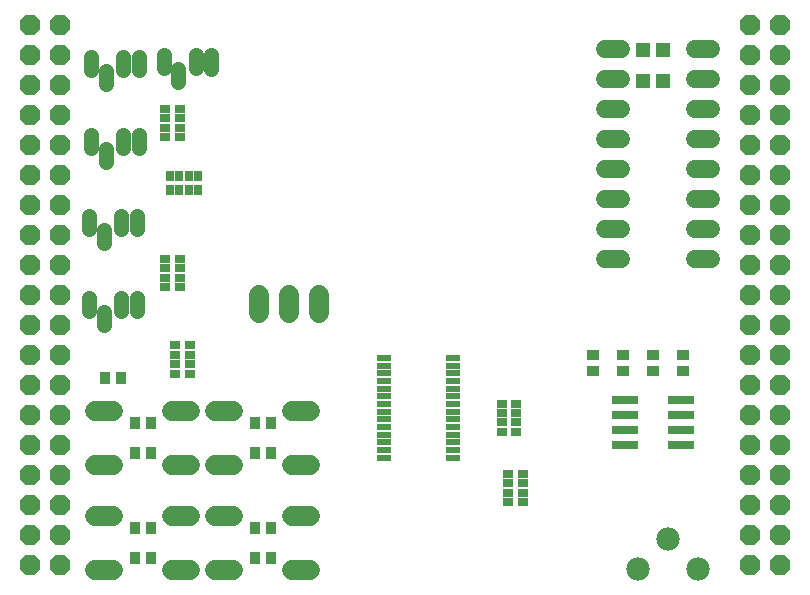
<source format=gbs>
G75*
%MOIN*%
%OFA0B0*%
%FSLAX25Y25*%
%IPPOS*%
%LPD*%
%AMOC8*
5,1,8,0,0,1.08239X$1,22.5*
%
%ADD10R,0.03556X0.04343*%
%ADD11R,0.04343X0.03556*%
%ADD12C,0.06800*%
%ADD13R,0.08600X0.03000*%
%ADD14C,0.05162*%
%ADD15R,0.04700X0.02000*%
%ADD16C,0.07800*%
%ADD17OC8,0.06800*%
%ADD18R,0.03359X0.02769*%
%ADD19R,0.02769X0.03359*%
%ADD20C,0.06000*%
%ADD21R,0.04737X0.05131*%
D10*
X0048991Y0016650D03*
X0054109Y0016650D03*
X0054109Y0026650D03*
X0048991Y0026650D03*
X0048991Y0051650D03*
X0054109Y0051650D03*
X0054109Y0061650D03*
X0048991Y0061650D03*
X0044109Y0076650D03*
X0038991Y0076650D03*
X0088991Y0061650D03*
X0094109Y0061650D03*
X0094109Y0051650D03*
X0088991Y0051650D03*
X0088991Y0026650D03*
X0094109Y0026650D03*
X0094109Y0016650D03*
X0088991Y0016650D03*
D11*
X0201550Y0079091D03*
X0201550Y0084209D03*
X0211550Y0084209D03*
X0211550Y0079091D03*
X0221550Y0079091D03*
X0221550Y0084209D03*
X0231550Y0084209D03*
X0231550Y0079091D03*
D12*
X0110300Y0098300D02*
X0110300Y0104300D01*
X0100300Y0104300D02*
X0100300Y0098300D01*
X0090300Y0098300D02*
X0090300Y0104300D01*
X0081750Y0065550D02*
X0075750Y0065550D01*
X0067350Y0065550D02*
X0061350Y0065550D01*
X0041750Y0065550D02*
X0035750Y0065550D01*
X0035750Y0047750D02*
X0041750Y0047750D01*
X0041750Y0030550D02*
X0035750Y0030550D01*
X0035750Y0012750D02*
X0041750Y0012750D01*
X0061350Y0012750D02*
X0067350Y0012750D01*
X0075750Y0012750D02*
X0081750Y0012750D01*
X0101350Y0012750D02*
X0107350Y0012750D01*
X0107350Y0030550D02*
X0101350Y0030550D01*
X0081750Y0030550D02*
X0075750Y0030550D01*
X0067350Y0030550D02*
X0061350Y0030550D01*
X0061350Y0047750D02*
X0067350Y0047750D01*
X0075750Y0047750D02*
X0081750Y0047750D01*
X0101350Y0047750D02*
X0107350Y0047750D01*
X0107350Y0065550D02*
X0101350Y0065550D01*
D13*
X0212250Y0064150D03*
X0212250Y0069150D03*
X0212250Y0059150D03*
X0212250Y0054150D03*
X0230850Y0054150D03*
X0230850Y0059150D03*
X0230850Y0064150D03*
X0230850Y0069150D03*
D14*
X0074385Y0179786D02*
X0074385Y0184148D01*
X0069172Y0184274D02*
X0069172Y0179911D01*
X0063369Y0179589D02*
X0063369Y0175227D01*
X0058550Y0179911D02*
X0058550Y0184274D01*
X0050255Y0183648D02*
X0050255Y0179286D01*
X0045042Y0179411D02*
X0045042Y0183774D01*
X0039239Y0179089D02*
X0039239Y0174727D01*
X0034420Y0179411D02*
X0034420Y0183774D01*
X0034310Y0157774D02*
X0034310Y0153411D01*
X0039129Y0153089D02*
X0039129Y0148727D01*
X0044932Y0153411D02*
X0044932Y0157774D01*
X0050144Y0157648D02*
X0050144Y0153286D01*
X0049515Y0130648D02*
X0049515Y0126286D01*
X0044302Y0126411D02*
X0044302Y0130774D01*
X0038499Y0126089D02*
X0038499Y0121727D01*
X0033680Y0126411D02*
X0033680Y0130774D01*
X0033641Y0103344D02*
X0033641Y0098981D01*
X0038459Y0098659D02*
X0038459Y0094297D01*
X0044263Y0098981D02*
X0044263Y0103344D01*
X0049475Y0103219D02*
X0049475Y0098856D01*
D15*
X0131952Y0083323D03*
X0131952Y0080764D03*
X0131952Y0078205D03*
X0131952Y0075646D03*
X0131952Y0073087D03*
X0131952Y0070528D03*
X0131952Y0067969D03*
X0131952Y0065410D03*
X0131952Y0062851D03*
X0131952Y0060292D03*
X0131952Y0057733D03*
X0131952Y0055174D03*
X0131952Y0052615D03*
X0131952Y0050056D03*
X0154927Y0050056D03*
X0154927Y0052615D03*
X0154927Y0055174D03*
X0154927Y0057733D03*
X0154927Y0060292D03*
X0154927Y0062851D03*
X0154927Y0065410D03*
X0154927Y0067969D03*
X0154927Y0070528D03*
X0154927Y0073087D03*
X0154927Y0075646D03*
X0154927Y0078205D03*
X0154927Y0080764D03*
X0154927Y0083323D03*
D16*
X0226589Y0022920D03*
X0216589Y0012920D03*
X0236589Y0012920D03*
D17*
X0014050Y0014150D03*
X0024050Y0014150D03*
X0024050Y0024150D03*
X0014050Y0024150D03*
X0014050Y0034150D03*
X0024050Y0034150D03*
X0024050Y0044150D03*
X0014050Y0044150D03*
X0014050Y0054150D03*
X0024050Y0054150D03*
X0024050Y0064150D03*
X0014050Y0064150D03*
X0014050Y0074150D03*
X0024050Y0074150D03*
X0024050Y0084150D03*
X0014050Y0084150D03*
X0014050Y0094150D03*
X0024050Y0094150D03*
X0024050Y0104150D03*
X0014050Y0104150D03*
X0014050Y0114150D03*
X0024050Y0114150D03*
X0024050Y0124150D03*
X0014050Y0124150D03*
X0014050Y0134150D03*
X0024050Y0134150D03*
X0024050Y0144150D03*
X0014050Y0144150D03*
X0014050Y0154150D03*
X0024050Y0154150D03*
X0024050Y0164150D03*
X0014050Y0164150D03*
X0014050Y0174150D03*
X0024050Y0174150D03*
X0024050Y0184150D03*
X0014050Y0184150D03*
X0014050Y0194150D03*
X0024050Y0194150D03*
X0254050Y0194150D03*
X0264050Y0194150D03*
X0264050Y0184150D03*
X0254050Y0184150D03*
X0254050Y0174150D03*
X0264050Y0174150D03*
X0264050Y0164150D03*
X0254050Y0164150D03*
X0254050Y0154150D03*
X0264050Y0154150D03*
X0264050Y0144150D03*
X0254050Y0144150D03*
X0254050Y0134150D03*
X0264050Y0134150D03*
X0264050Y0124150D03*
X0254050Y0124150D03*
X0254050Y0114150D03*
X0264050Y0114150D03*
X0264050Y0104150D03*
X0254050Y0104150D03*
X0254050Y0094150D03*
X0264050Y0094150D03*
X0264050Y0084150D03*
X0254050Y0084150D03*
X0254050Y0074150D03*
X0264050Y0074150D03*
X0264050Y0064150D03*
X0254050Y0064150D03*
X0254050Y0054150D03*
X0264050Y0054150D03*
X0264050Y0044150D03*
X0254050Y0044150D03*
X0254050Y0034150D03*
X0264050Y0034150D03*
X0264050Y0024150D03*
X0254050Y0024150D03*
X0254050Y0014150D03*
X0264050Y0014150D03*
D18*
X0178261Y0035176D03*
X0173339Y0035176D03*
X0173339Y0038325D03*
X0173339Y0041475D03*
X0178261Y0041475D03*
X0178261Y0038325D03*
X0178261Y0044624D03*
X0173339Y0044624D03*
X0171139Y0058676D03*
X0171139Y0061825D03*
X0171139Y0064975D03*
X0171139Y0068124D03*
X0176061Y0068124D03*
X0176061Y0064975D03*
X0176061Y0061825D03*
X0176061Y0058676D03*
X0067236Y0078101D03*
X0067236Y0081250D03*
X0067236Y0084400D03*
X0067236Y0087549D03*
X0062314Y0087549D03*
X0062314Y0084400D03*
X0062314Y0081250D03*
X0062314Y0078101D03*
X0064011Y0106926D03*
X0064011Y0110075D03*
X0059089Y0110075D03*
X0059089Y0106926D03*
X0059089Y0113225D03*
X0064011Y0113225D03*
X0064011Y0116374D03*
X0059089Y0116374D03*
X0059089Y0156926D03*
X0059089Y0160075D03*
X0064011Y0160075D03*
X0064011Y0156926D03*
X0064011Y0163225D03*
X0059089Y0163225D03*
X0059089Y0166374D03*
X0064011Y0166374D03*
D19*
X0063755Y0144111D03*
X0060605Y0144111D03*
X0060605Y0139189D03*
X0063755Y0139189D03*
X0066904Y0139189D03*
X0070054Y0139189D03*
X0070054Y0144111D03*
X0066904Y0144111D03*
D20*
X0205600Y0146400D02*
X0210800Y0146400D01*
X0210800Y0136400D02*
X0205600Y0136400D01*
X0205600Y0126400D02*
X0210800Y0126400D01*
X0210800Y0116400D02*
X0205600Y0116400D01*
X0235600Y0116400D02*
X0240800Y0116400D01*
X0240800Y0126400D02*
X0235600Y0126400D01*
X0235600Y0136400D02*
X0240800Y0136400D01*
X0240800Y0146400D02*
X0235600Y0146400D01*
X0235600Y0156400D02*
X0240800Y0156400D01*
X0240800Y0166400D02*
X0235600Y0166400D01*
X0235600Y0176400D02*
X0240800Y0176400D01*
X0240800Y0186400D02*
X0235600Y0186400D01*
X0210800Y0186400D02*
X0205600Y0186400D01*
X0205600Y0176400D02*
X0210800Y0176400D01*
X0210800Y0166400D02*
X0205600Y0166400D01*
X0205600Y0156400D02*
X0210800Y0156400D01*
D21*
X0218204Y0175705D03*
X0224896Y0175705D03*
X0224896Y0186020D03*
X0218204Y0186020D03*
M02*

</source>
